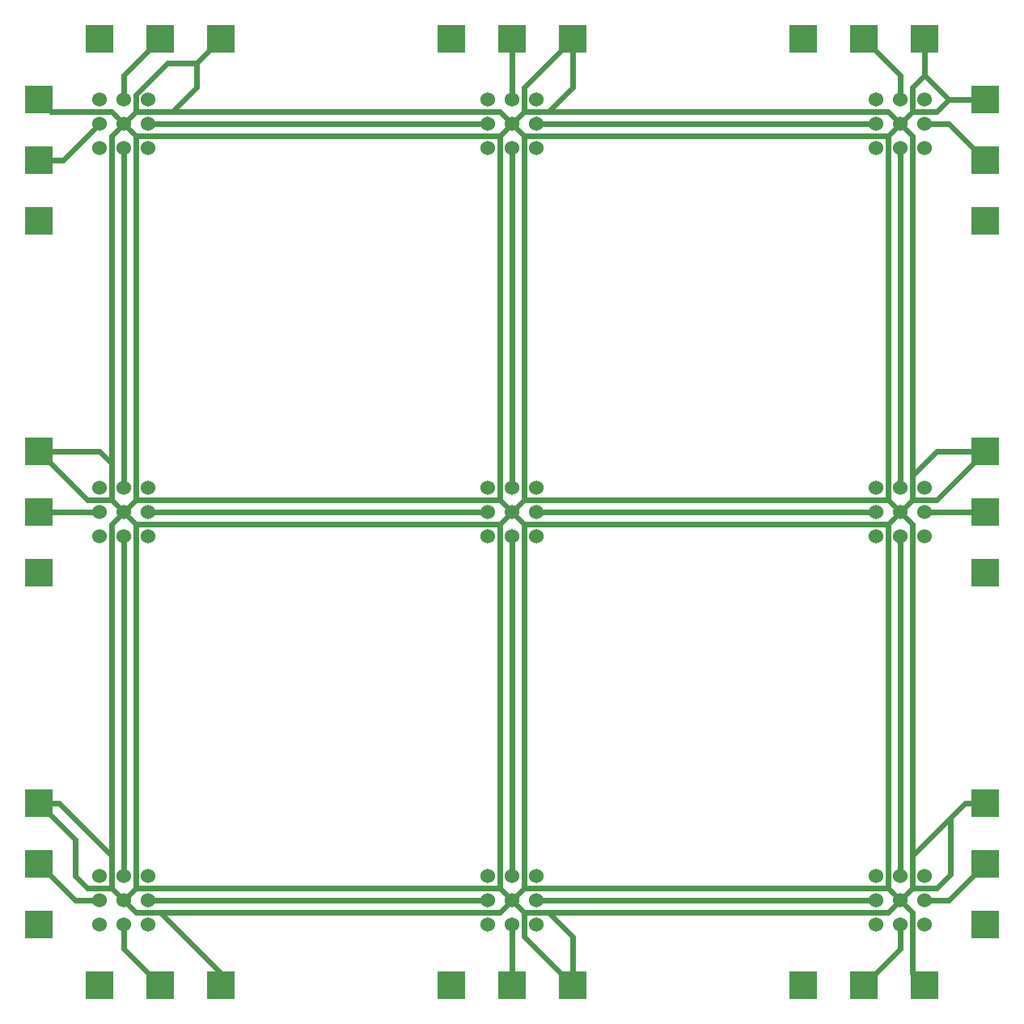
<source format=gbr>
%TF.GenerationSoftware,KiCad,Pcbnew,7.0.7*%
%TF.CreationDate,2024-01-02T00:31:05-08:00*%
%TF.ProjectId,baseplate_v1,62617365-706c-4617-9465-5f76312e6b69,rev?*%
%TF.SameCoordinates,Original*%
%TF.FileFunction,Copper,L2,Bot*%
%TF.FilePolarity,Positive*%
%FSLAX46Y46*%
G04 Gerber Fmt 4.6, Leading zero omitted, Abs format (unit mm)*
G04 Created by KiCad (PCBNEW 7.0.7) date 2024-01-02 00:31:05*
%MOMM*%
%LPD*%
G01*
G04 APERTURE LIST*
%TA.AperFunction,ComponentPad*%
%ADD10R,3.000000X3.000000*%
%TD*%
%TA.AperFunction,ComponentPad*%
%ADD11C,1.524000*%
%TD*%
%TA.AperFunction,Conductor*%
%ADD12C,0.600000*%
%TD*%
G04 APERTURE END LIST*
D10*
%TO.P,TP9,1,1*%
%TO.N,GND*%
X201930000Y-144780000D03*
%TD*%
D11*
%TO.P,U9,1,SIG_N*%
%TO.N,Net-(U6-SIG_S)*%
X193040000Y-139700000D03*
%TO.P,U9,2,SIG_E*%
%TO.N,Net-(U9-SIG_E)*%
X195580000Y-142240000D03*
%TO.P,U9,3,SIG_S*%
%TO.N,Net-(U9-SIG_S)*%
X193040000Y-144780000D03*
%TO.P,U9,4,SIG_W*%
%TO.N,Net-(U8-SIG_E)*%
X190500000Y-142240000D03*
%TO.P,U9,5,VCC*%
%TO.N,+3V3*%
X193040000Y-142240000D03*
%TO.P,U9,6,GND*%
%TO.N,GND*%
X190500000Y-139700000D03*
X190500000Y-144780000D03*
X195580000Y-139700000D03*
X195580000Y-144780000D03*
%TD*%
D10*
%TO.P,TP35,1,1*%
%TO.N,Net-(U3-SIG_N)*%
X189230000Y-52070000D03*
%TD*%
%TO.P,TP11,1,1*%
%TO.N,Net-(U9-SIG_S)*%
X189230000Y-151130000D03*
%TD*%
D11*
%TO.P,U5,1,SIG_N*%
%TO.N,Net-(U2-SIG_S)*%
X152400000Y-99060000D03*
%TO.P,U5,2,SIG_E*%
%TO.N,Net-(U5-SIG_E)*%
X154940000Y-101600000D03*
%TO.P,U5,3,SIG_S*%
%TO.N,Net-(U5-SIG_S)*%
X152400000Y-104140000D03*
%TO.P,U5,4,SIG_W*%
%TO.N,Net-(U4-SIG_E)*%
X149860000Y-101600000D03*
%TO.P,U5,5,VCC*%
%TO.N,+3V3*%
X152400000Y-101600000D03*
%TO.P,U5,6,GND*%
%TO.N,GND*%
X149860000Y-99060000D03*
X149860000Y-104140000D03*
X154940000Y-99060000D03*
X154940000Y-104140000D03*
%TD*%
%TO.P,U1,1,SIG_N*%
%TO.N,Net-(U1-SIG_N)*%
X111760000Y-58420000D03*
%TO.P,U1,2,SIG_E*%
%TO.N,Net-(U1-SIG_E)*%
X114300000Y-60960000D03*
%TO.P,U1,3,SIG_S*%
%TO.N,Net-(U1-SIG_S)*%
X111760000Y-63500000D03*
%TO.P,U1,4,SIG_W*%
%TO.N,Net-(U1-SIG_W)*%
X109220000Y-60960000D03*
%TO.P,U1,5,VCC*%
%TO.N,+3V3*%
X111760000Y-60960000D03*
%TO.P,U1,6,GND*%
%TO.N,GND*%
X109220000Y-58420000D03*
X109220000Y-63500000D03*
X114300000Y-58420000D03*
X114300000Y-63500000D03*
%TD*%
D10*
%TO.P,TP5,1,1*%
%TO.N,Net-(U6-SIG_E)*%
X201930000Y-101600000D03*
%TD*%
%TO.P,TP25,1,1*%
%TO.N,GND*%
X102870000Y-71120000D03*
%TD*%
%TO.P,TP4,1,1*%
%TO.N,+3V3*%
X201930000Y-95250000D03*
%TD*%
D11*
%TO.P,U4,1,SIG_N*%
%TO.N,Net-(U1-SIG_S)*%
X111760000Y-99060000D03*
%TO.P,U4,2,SIG_E*%
%TO.N,Net-(U4-SIG_E)*%
X114300000Y-101600000D03*
%TO.P,U4,3,SIG_S*%
%TO.N,Net-(U4-SIG_S)*%
X111760000Y-104140000D03*
%TO.P,U4,4,SIG_W*%
%TO.N,Net-(U4-SIG_W)*%
X109220000Y-101600000D03*
%TO.P,U4,5,VCC*%
%TO.N,+3V3*%
X111760000Y-101600000D03*
%TO.P,U4,6,GND*%
%TO.N,GND*%
X109220000Y-99060000D03*
X109220000Y-104140000D03*
X114300000Y-99060000D03*
X114300000Y-104140000D03*
%TD*%
D10*
%TO.P,TP20,1,1*%
%TO.N,Net-(U7-SIG_W)*%
X102870000Y-138430000D03*
%TD*%
D11*
%TO.P,U8,1,SIG_N*%
%TO.N,Net-(U5-SIG_S)*%
X152400000Y-139700000D03*
%TO.P,U8,2,SIG_E*%
%TO.N,Net-(U8-SIG_E)*%
X154940000Y-142240000D03*
%TO.P,U8,3,SIG_S*%
%TO.N,Net-(U8-SIG_S)*%
X152400000Y-144780000D03*
%TO.P,U8,4,SIG_W*%
%TO.N,Net-(U7-SIG_E)*%
X149860000Y-142240000D03*
%TO.P,U8,5,VCC*%
%TO.N,+3V3*%
X152400000Y-142240000D03*
%TO.P,U8,6,GND*%
%TO.N,GND*%
X149860000Y-139700000D03*
X149860000Y-144780000D03*
X154940000Y-139700000D03*
X154940000Y-144780000D03*
%TD*%
D10*
%TO.P,TP26,1,1*%
%TO.N,Net-(U1-SIG_W)*%
X102870000Y-64770000D03*
%TD*%
%TO.P,TP31,1,1*%
%TO.N,GND*%
X146050000Y-52070000D03*
%TD*%
D11*
%TO.P,U3,1,SIG_N*%
%TO.N,Net-(U3-SIG_N)*%
X193040000Y-58420000D03*
%TO.P,U3,2,SIG_E*%
%TO.N,Net-(U3-SIG_E)*%
X195580000Y-60960000D03*
%TO.P,U3,3,SIG_S*%
%TO.N,Net-(U3-SIG_S)*%
X193040000Y-63500000D03*
%TO.P,U3,4,SIG_W*%
%TO.N,Net-(U2-SIG_E)*%
X190500000Y-60960000D03*
%TO.P,U3,5,VCC*%
%TO.N,+3V3*%
X193040000Y-60960000D03*
%TO.P,U3,6,GND*%
%TO.N,GND*%
X190500000Y-58420000D03*
X190500000Y-63500000D03*
X195580000Y-58420000D03*
X195580000Y-63500000D03*
%TD*%
%TO.P,U2,1,SIG_N*%
%TO.N,Net-(U2-SIG_N)*%
X152400000Y-58420000D03*
%TO.P,U2,2,SIG_E*%
%TO.N,Net-(U2-SIG_E)*%
X154940000Y-60960000D03*
%TO.P,U2,3,SIG_S*%
%TO.N,Net-(U2-SIG_S)*%
X152400000Y-63500000D03*
%TO.P,U2,4,SIG_W*%
%TO.N,Net-(U1-SIG_E)*%
X149860000Y-60960000D03*
%TO.P,U2,5,VCC*%
%TO.N,+3V3*%
X152400000Y-60960000D03*
%TO.P,U2,6,GND*%
%TO.N,GND*%
X149860000Y-58420000D03*
X149860000Y-63500000D03*
X154940000Y-58420000D03*
X154940000Y-63500000D03*
%TD*%
D10*
%TO.P,TP16,1,1*%
%TO.N,+3V3*%
X121920000Y-151130000D03*
%TD*%
%TO.P,TP27,1,1*%
%TO.N,+3V3*%
X102870000Y-58420000D03*
%TD*%
%TO.P,TP17,1,1*%
%TO.N,Net-(U7-SIG_S)*%
X115570000Y-151130000D03*
%TD*%
%TO.P,TP8,1,1*%
%TO.N,Net-(U9-SIG_E)*%
X201930000Y-138430000D03*
%TD*%
%TO.P,TP7,1,1*%
%TO.N,+3V3*%
X201930000Y-132080000D03*
%TD*%
%TO.P,TP19,1,1*%
%TO.N,GND*%
X102870000Y-144780000D03*
%TD*%
%TO.P,TP18,1,1*%
%TO.N,GND*%
X109220000Y-151130000D03*
%TD*%
%TO.P,TP34,1,1*%
%TO.N,GND*%
X182880000Y-52070000D03*
%TD*%
%TO.P,TP6,1,1*%
%TO.N,GND*%
X201930000Y-107950000D03*
%TD*%
%TO.P,TP12,1,1*%
%TO.N,GND*%
X182880000Y-151130000D03*
%TD*%
%TO.P,TP2,1,1*%
%TO.N,Net-(U3-SIG_E)*%
X201930000Y-64770000D03*
%TD*%
%TO.P,TP15,1,1*%
%TO.N,GND*%
X146050000Y-151130000D03*
%TD*%
%TO.P,TP32,1,1*%
%TO.N,Net-(U2-SIG_N)*%
X152400000Y-52070000D03*
%TD*%
%TO.P,TP30,1,1*%
%TO.N,+3V3*%
X121920000Y-52070000D03*
%TD*%
%TO.P,TP10,1,1*%
%TO.N,+3V3*%
X195580000Y-151130000D03*
%TD*%
D11*
%TO.P,U7,1,SIG_N*%
%TO.N,Net-(U4-SIG_S)*%
X111760000Y-139700000D03*
%TO.P,U7,2,SIG_E*%
%TO.N,Net-(U7-SIG_E)*%
X114300000Y-142240000D03*
%TO.P,U7,3,SIG_S*%
%TO.N,Net-(U7-SIG_S)*%
X111760000Y-144780000D03*
%TO.P,U7,4,SIG_W*%
%TO.N,Net-(U7-SIG_W)*%
X109220000Y-142240000D03*
%TO.P,U7,5,VCC*%
%TO.N,+3V3*%
X111760000Y-142240000D03*
%TO.P,U7,6,GND*%
%TO.N,GND*%
X109220000Y-139700000D03*
X109220000Y-144780000D03*
X114300000Y-139700000D03*
X114300000Y-144780000D03*
%TD*%
D10*
%TO.P,TP29,1,1*%
%TO.N,Net-(U1-SIG_N)*%
X115570000Y-52070000D03*
%TD*%
D11*
%TO.P,U6,1,SIG_N*%
%TO.N,Net-(U3-SIG_S)*%
X193040000Y-99060000D03*
%TO.P,U6,2,SIG_E*%
%TO.N,Net-(U6-SIG_E)*%
X195580000Y-101600000D03*
%TO.P,U6,3,SIG_S*%
%TO.N,Net-(U6-SIG_S)*%
X193040000Y-104140000D03*
%TO.P,U6,4,SIG_W*%
%TO.N,Net-(U5-SIG_E)*%
X190500000Y-101600000D03*
%TO.P,U6,5,VCC*%
%TO.N,+3V3*%
X193040000Y-101600000D03*
%TO.P,U6,6,GND*%
%TO.N,GND*%
X190500000Y-99060000D03*
X190500000Y-104140000D03*
X195580000Y-99060000D03*
X195580000Y-104140000D03*
%TD*%
D10*
%TO.P,TP36,1,1*%
%TO.N,+3V3*%
X195580000Y-52070000D03*
%TD*%
%TO.P,TP28,1,1*%
%TO.N,GND*%
X109220000Y-52070000D03*
%TD*%
%TO.P,TP14,1,1*%
%TO.N,Net-(U8-SIG_S)*%
X152400000Y-151130000D03*
%TD*%
%TO.P,TP1,1,1*%
%TO.N,+3V3*%
X201930000Y-58420000D03*
%TD*%
%TO.P,TP22,1,1*%
%TO.N,GND*%
X102870000Y-107950000D03*
%TD*%
%TO.P,TP33,1,1*%
%TO.N,+3V3*%
X158750000Y-52070000D03*
%TD*%
%TO.P,TP24,1,1*%
%TO.N,+3V3*%
X102870000Y-95250000D03*
%TD*%
%TO.P,TP13,1,1*%
%TO.N,+3V3*%
X158750000Y-151130000D03*
%TD*%
%TO.P,TP23,1,1*%
%TO.N,Net-(U4-SIG_W)*%
X102870000Y-101600000D03*
%TD*%
%TO.P,TP21,1,1*%
%TO.N,+3V3*%
X102870000Y-132080000D03*
%TD*%
%TO.P,TP3,1,1*%
%TO.N,GND*%
X201930000Y-71120000D03*
%TD*%
D12*
%TO.N,Net-(U3-SIG_E)*%
X195580000Y-60960000D02*
X198120000Y-60960000D01*
X198120000Y-60960000D02*
X201930000Y-64770000D01*
%TO.N,Net-(U1-SIG_E)*%
X114300000Y-60960000D02*
X149860000Y-60960000D01*
%TO.N,Net-(U1-SIG_S)*%
X111760000Y-99060000D02*
X111760000Y-63500000D01*
%TO.N,Net-(U6-SIG_E)*%
X195580000Y-101600000D02*
X201930000Y-101600000D01*
%TO.N,+3V3*%
X113022000Y-143502000D02*
X151138000Y-143502000D01*
X193040000Y-60960000D02*
X191778000Y-62222000D01*
X191778000Y-59698000D02*
X193040000Y-60960000D01*
X196842000Y-140978000D02*
X198340000Y-139480000D01*
X191762000Y-102878000D02*
X193040000Y-101600000D01*
X110482000Y-137592000D02*
X104970000Y-132080000D01*
X191762000Y-140962000D02*
X191762000Y-102878000D01*
X194318000Y-149868000D02*
X195580000Y-151130000D01*
X113022000Y-140978000D02*
X113022000Y-102862000D01*
X113022000Y-62222000D02*
X113022000Y-100338000D01*
X111760000Y-142240000D02*
X113022000Y-140978000D01*
X151138000Y-102862000D02*
X113022000Y-102862000D01*
X195580000Y-55880000D02*
X195580000Y-52070000D01*
X152400000Y-60960000D02*
X153670000Y-62230000D01*
X194318000Y-59682000D02*
X194318000Y-57142000D01*
X158750000Y-52070000D02*
X158750000Y-57158000D01*
X196858000Y-59682000D02*
X198120000Y-58420000D01*
X152400000Y-60960000D02*
X153662000Y-59698000D01*
X111760000Y-101600000D02*
X110498000Y-100338000D01*
X110482000Y-100322000D02*
X107942000Y-100322000D01*
X115578000Y-143518000D02*
X121920000Y-149860000D01*
X111760000Y-142240000D02*
X113038000Y-143518000D01*
X104132000Y-59682000D02*
X102870000Y-58420000D01*
X199830000Y-132080000D02*
X201930000Y-132080000D01*
X193040000Y-101600000D02*
X194302000Y-100338000D01*
X110498000Y-100338000D02*
X110498000Y-96520000D01*
X158750000Y-146042000D02*
X156210000Y-143502000D01*
X194302000Y-62222000D02*
X193040000Y-60960000D01*
X111760000Y-60960000D02*
X113022000Y-59698000D01*
X193040000Y-101600000D02*
X194318000Y-100322000D01*
X104970000Y-132080000D02*
X102870000Y-132080000D01*
X153662000Y-100338000D02*
X191778000Y-100338000D01*
X119380000Y-57150000D02*
X119380000Y-54610000D01*
X110498000Y-140978000D02*
X111760000Y-142240000D01*
X193040000Y-60960000D02*
X194318000Y-59682000D01*
X152400000Y-101600000D02*
X153670000Y-102870000D01*
X152400000Y-142240000D02*
X151122000Y-140962000D01*
X151138000Y-102862000D02*
X152400000Y-101600000D01*
X113022000Y-59698000D02*
X115570000Y-59698000D01*
X153662000Y-143502000D02*
X152400000Y-142240000D01*
X115570000Y-59698000D02*
X116832000Y-59698000D01*
X193040000Y-101600000D02*
X194302000Y-102862000D01*
X106680000Y-135890000D02*
X106680000Y-139700000D01*
X110482000Y-140962000D02*
X110482000Y-137592000D01*
X107942000Y-140962000D02*
X110482000Y-140962000D01*
X116325262Y-54610000D02*
X119380000Y-54610000D01*
X151138000Y-100338000D02*
X151138000Y-62222000D01*
X102870000Y-132080000D02*
X106680000Y-135890000D01*
X196858000Y-100322000D02*
X201930000Y-95250000D01*
X151138000Y-140978000D02*
X151138000Y-102862000D01*
X156210000Y-143502000D02*
X153662000Y-143502000D01*
X151138000Y-59698000D02*
X152400000Y-60960000D01*
X153662000Y-59698000D02*
X153662000Y-57158000D01*
X111760000Y-101600000D02*
X110482000Y-100322000D01*
X116832000Y-59698000D02*
X119380000Y-57150000D01*
X121920000Y-149860000D02*
X121920000Y-151130000D01*
X111760000Y-60960000D02*
X113038000Y-59682000D01*
X153678000Y-143518000D02*
X153678000Y-146058000D01*
X111760000Y-142240000D02*
X113022000Y-143502000D01*
X153670000Y-62230000D02*
X153670000Y-100330000D01*
X111760000Y-142240000D02*
X110482000Y-140962000D01*
X191778000Y-143502000D02*
X156210000Y-143502000D01*
X153678000Y-146058000D02*
X158750000Y-151130000D01*
X194318000Y-57142000D02*
X195580000Y-55880000D01*
X152400000Y-60960000D02*
X153662000Y-62222000D01*
X113038000Y-143518000D02*
X115578000Y-143518000D01*
X153662000Y-140978000D02*
X191778000Y-140978000D01*
X153670000Y-100330000D02*
X152400000Y-101600000D01*
X115570000Y-59698000D02*
X151138000Y-59698000D01*
X102870000Y-95250000D02*
X109228000Y-95250000D01*
X194318000Y-59682000D02*
X196858000Y-59682000D01*
X153662000Y-59698000D02*
X156210000Y-59698000D01*
X113030000Y-100330000D02*
X151130000Y-100330000D01*
X110498000Y-96520000D02*
X110498000Y-62222000D01*
X113038000Y-57897262D02*
X116325262Y-54610000D01*
X111760000Y-60960000D02*
X110482000Y-59682000D01*
X151138000Y-143502000D02*
X152400000Y-142240000D01*
X111760000Y-101600000D02*
X113030000Y-100330000D01*
X151138000Y-62222000D02*
X152400000Y-60960000D01*
X194302000Y-140978000D02*
X193040000Y-142240000D01*
X191778000Y-140978000D02*
X193040000Y-142240000D01*
X198340000Y-139480000D02*
X198340000Y-133570000D01*
X151138000Y-62222000D02*
X113022000Y-62222000D01*
X194302000Y-100338000D02*
X194302000Y-62222000D01*
X151130000Y-100330000D02*
X152400000Y-101600000D01*
X198340000Y-133570000D02*
X199830000Y-132080000D01*
X110498000Y-102862000D02*
X110498000Y-140978000D01*
X153662000Y-62222000D02*
X191778000Y-62222000D01*
X110498000Y-62222000D02*
X111760000Y-60960000D01*
X194302000Y-140978000D02*
X196842000Y-140978000D01*
X113022000Y-100338000D02*
X111760000Y-101600000D01*
X110482000Y-59682000D02*
X104132000Y-59682000D01*
X156210000Y-59698000D02*
X191778000Y-59698000D01*
X107942000Y-100322000D02*
X102870000Y-95250000D01*
X113038000Y-140962000D02*
X111760000Y-142240000D01*
X193040000Y-101600000D02*
X191770000Y-102870000D01*
X198120000Y-58420000D02*
X195580000Y-55880000D01*
X158750000Y-151130000D02*
X158750000Y-146042000D01*
X113038000Y-59682000D02*
X113038000Y-57897262D01*
X194318000Y-97798000D02*
X196866000Y-95250000D01*
X191778000Y-100338000D02*
X193040000Y-101600000D01*
X193040000Y-142240000D02*
X191778000Y-143502000D01*
X193040000Y-142240000D02*
X191762000Y-140962000D01*
X111760000Y-60960000D02*
X113022000Y-62222000D01*
X151122000Y-140962000D02*
X113038000Y-140962000D01*
X152400000Y-142240000D02*
X153662000Y-140978000D01*
X109228000Y-95250000D02*
X110498000Y-96520000D01*
X194318000Y-100322000D02*
X194318000Y-97798000D01*
X194318000Y-140962000D02*
X194318000Y-137592000D01*
X152400000Y-101600000D02*
X151138000Y-100338000D01*
X198120000Y-58420000D02*
X201930000Y-58420000D01*
X158750000Y-57158000D02*
X156210000Y-59698000D01*
X193040000Y-142240000D02*
X194318000Y-143518000D01*
X153662000Y-102862000D02*
X152400000Y-101600000D01*
X113022000Y-102862000D02*
X111760000Y-101600000D01*
X194318000Y-143518000D02*
X194318000Y-149868000D01*
X191770000Y-102870000D02*
X153670000Y-102870000D01*
X194318000Y-100322000D02*
X196858000Y-100322000D01*
X193040000Y-142240000D02*
X194318000Y-140962000D01*
X111760000Y-101600000D02*
X110498000Y-102862000D01*
X152400000Y-142240000D02*
X151138000Y-140978000D01*
X119380000Y-54610000D02*
X121920000Y-52070000D01*
X191778000Y-62222000D02*
X191778000Y-100338000D01*
X153662000Y-57158000D02*
X158750000Y-52070000D01*
X196866000Y-95250000D02*
X201930000Y-95250000D01*
X152400000Y-101600000D02*
X153662000Y-100338000D01*
X152400000Y-142240000D02*
X153678000Y-143518000D01*
X106680000Y-139700000D02*
X107942000Y-140962000D01*
X194302000Y-102862000D02*
X194302000Y-140978000D01*
X194318000Y-137592000D02*
X198340000Y-133570000D01*
X153662000Y-140978000D02*
X153662000Y-102862000D01*
%TO.N,Net-(U9-SIG_E)*%
X195580000Y-142240000D02*
X198120000Y-142240000D01*
X198120000Y-142240000D02*
X201930000Y-138430000D01*
%TO.N,Net-(U2-SIG_E)*%
X154940000Y-60960000D02*
X190500000Y-60960000D01*
%TO.N,Net-(U2-SIG_S)*%
X152400000Y-63500000D02*
X152400000Y-99060000D01*
%TO.N,Net-(U9-SIG_S)*%
X193040000Y-144780000D02*
X193040000Y-147320000D01*
X193040000Y-147320000D02*
X189230000Y-151130000D01*
%TO.N,Net-(U8-SIG_S)*%
X152400000Y-144780000D02*
X152400000Y-151130000D01*
%TO.N,Net-(U3-SIG_S)*%
X193040000Y-99060000D02*
X193040000Y-63500000D01*
%TO.N,Net-(U4-SIG_E)*%
X149860000Y-101600000D02*
X114300000Y-101600000D01*
%TO.N,Net-(U4-SIG_S)*%
X111760000Y-104140000D02*
X111760000Y-139700000D01*
%TO.N,Net-(U7-SIG_S)*%
X111760000Y-147320000D02*
X115570000Y-151130000D01*
X111760000Y-144780000D02*
X111760000Y-147320000D01*
%TO.N,Net-(U5-SIG_E)*%
X154940000Y-101600000D02*
X190500000Y-101600000D01*
%TO.N,Net-(U5-SIG_S)*%
X152400000Y-139700000D02*
X152400000Y-104140000D01*
%TO.N,Net-(U7-SIG_W)*%
X106680000Y-142240000D02*
X102870000Y-138430000D01*
X109220000Y-142240000D02*
X106680000Y-142240000D01*
%TO.N,Net-(U6-SIG_S)*%
X193040000Y-104140000D02*
X193040000Y-139700000D01*
%TO.N,Net-(U7-SIG_E)*%
X114300000Y-142240000D02*
X149860000Y-142240000D01*
%TO.N,Net-(U4-SIG_W)*%
X109220000Y-101600000D02*
X102870000Y-101600000D01*
%TO.N,Net-(U1-SIG_W)*%
X109220000Y-60960000D02*
X105410000Y-64770000D01*
X105410000Y-64770000D02*
X102870000Y-64770000D01*
%TO.N,Net-(U8-SIG_E)*%
X154940000Y-142240000D02*
X190500000Y-142240000D01*
%TO.N,Net-(U1-SIG_N)*%
X111760000Y-58420000D02*
X111760000Y-55880000D01*
X111760000Y-55880000D02*
X115570000Y-52070000D01*
%TO.N,Net-(U2-SIG_N)*%
X152400000Y-58420000D02*
X152400000Y-52070000D01*
%TO.N,Net-(U3-SIG_N)*%
X193040000Y-55880000D02*
X189230000Y-52070000D01*
X193040000Y-58420000D02*
X193040000Y-55880000D01*
%TD*%
M02*

</source>
